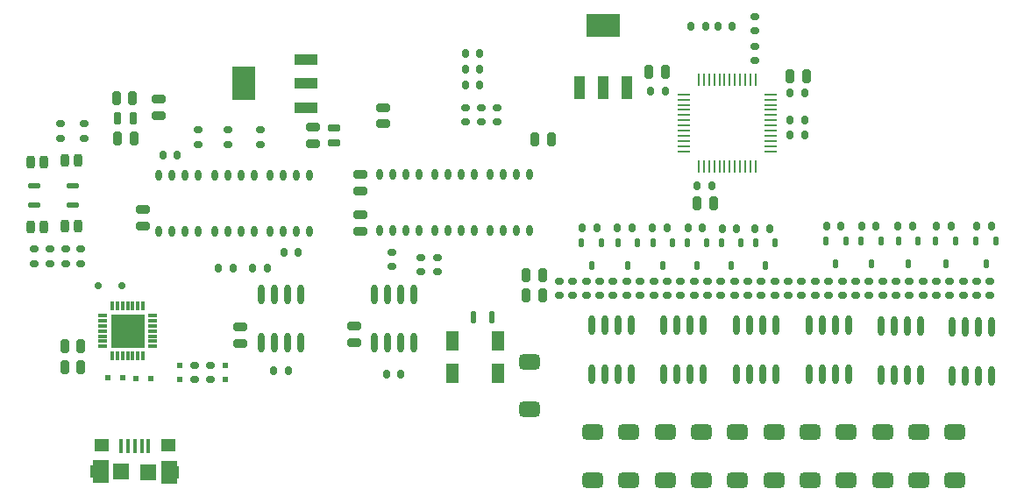
<source format=gbp>
G04 Layer_Color=128*
%FSLAX44Y44*%
%MOMM*%
G71*
G01*
G75*
G04:AMPARAMS|DCode=14|XSize=0.5mm|YSize=1.25mm|CornerRadius=0.125mm|HoleSize=0mm|Usage=FLASHONLY|Rotation=270.000|XOffset=0mm|YOffset=0mm|HoleType=Round|Shape=RoundedRectangle|*
%AMROUNDEDRECTD14*
21,1,0.5000,1.0000,0,0,270.0*
21,1,0.2500,1.2500,0,0,270.0*
1,1,0.2500,-0.5000,-0.1250*
1,1,0.2500,-0.5000,0.1250*
1,1,0.2500,0.5000,0.1250*
1,1,0.2500,0.5000,-0.1250*
%
%ADD14ROUNDEDRECTD14*%
G04:AMPARAMS|DCode=15|XSize=1.2mm|YSize=0.8mm|CornerRadius=0.2mm|HoleSize=0mm|Usage=FLASHONLY|Rotation=90.000|XOffset=0mm|YOffset=0mm|HoleType=Round|Shape=RoundedRectangle|*
%AMROUNDEDRECTD15*
21,1,1.2000,0.4000,0,0,90.0*
21,1,0.8000,0.8000,0,0,90.0*
1,1,0.4000,0.2000,0.4000*
1,1,0.4000,0.2000,-0.4000*
1,1,0.4000,-0.2000,-0.4000*
1,1,0.4000,-0.2000,0.4000*
%
%ADD15ROUNDEDRECTD15*%
G04:AMPARAMS|DCode=27|XSize=2mm|YSize=1.5mm|CornerRadius=0.375mm|HoleSize=0mm|Usage=FLASHONLY|Rotation=180.000|XOffset=0mm|YOffset=0mm|HoleType=Round|Shape=RoundedRectangle|*
%AMROUNDEDRECTD27*
21,1,2.0000,0.7500,0,0,180.0*
21,1,1.2500,1.5000,0,0,180.0*
1,1,0.7500,-0.6250,0.3750*
1,1,0.7500,0.6250,0.3750*
1,1,0.7500,0.6250,-0.3750*
1,1,0.7500,-0.6250,-0.3750*
%
%ADD27ROUNDEDRECTD27*%
%ADD28O,0.6000X1.9000*%
G04:AMPARAMS|DCode=29|XSize=0.5mm|YSize=0.8mm|CornerRadius=0.125mm|HoleSize=0mm|Usage=FLASHONLY|Rotation=180.000|XOffset=0mm|YOffset=0mm|HoleType=Round|Shape=RoundedRectangle|*
%AMROUNDEDRECTD29*
21,1,0.5000,0.5500,0,0,180.0*
21,1,0.2500,0.8000,0,0,180.0*
1,1,0.2500,-0.1250,0.2750*
1,1,0.2500,0.1250,0.2750*
1,1,0.2500,0.1250,-0.2750*
1,1,0.2500,-0.1250,-0.2750*
%
%ADD29ROUNDEDRECTD29*%
G04:AMPARAMS|DCode=30|XSize=0.85mm|YSize=0.6mm|CornerRadius=0.15mm|HoleSize=0mm|Usage=FLASHONLY|Rotation=90.000|XOffset=0mm|YOffset=0mm|HoleType=Round|Shape=RoundedRectangle|*
%AMROUNDEDRECTD30*
21,1,0.8500,0.3000,0,0,90.0*
21,1,0.5500,0.6000,0,0,90.0*
1,1,0.3000,0.1500,0.2750*
1,1,0.3000,0.1500,-0.2750*
1,1,0.3000,-0.1500,-0.2750*
1,1,0.3000,-0.1500,0.2750*
%
%ADD30ROUNDEDRECTD30*%
G04:AMPARAMS|DCode=31|XSize=0.85mm|YSize=0.6mm|CornerRadius=0.15mm|HoleSize=0mm|Usage=FLASHONLY|Rotation=180.000|XOffset=0mm|YOffset=0mm|HoleType=Round|Shape=RoundedRectangle|*
%AMROUNDEDRECTD31*
21,1,0.8500,0.3000,0,0,180.0*
21,1,0.5500,0.6000,0,0,180.0*
1,1,0.3000,-0.2750,0.1500*
1,1,0.3000,0.2750,0.1500*
1,1,0.3000,0.2750,-0.1500*
1,1,0.3000,-0.2750,-0.1500*
%
%ADD31ROUNDEDRECTD31*%
G04:AMPARAMS|DCode=32|XSize=0.8mm|YSize=1.3mm|CornerRadius=0.2mm|HoleSize=0mm|Usage=FLASHONLY|Rotation=0.000|XOffset=0mm|YOffset=0mm|HoleType=Round|Shape=RoundedRectangle|*
%AMROUNDEDRECTD32*
21,1,0.8000,0.9000,0,0,0.0*
21,1,0.4000,1.3000,0,0,0.0*
1,1,0.4000,0.2000,-0.4500*
1,1,0.4000,-0.2000,-0.4500*
1,1,0.4000,-0.2000,0.4500*
1,1,0.4000,0.2000,0.4500*
%
%ADD32ROUNDEDRECTD32*%
G04:AMPARAMS|DCode=33|XSize=0.8mm|YSize=1.3mm|CornerRadius=0.2mm|HoleSize=0mm|Usage=FLASHONLY|Rotation=270.000|XOffset=0mm|YOffset=0mm|HoleType=Round|Shape=RoundedRectangle|*
%AMROUNDEDRECTD33*
21,1,0.8000,0.9000,0,0,270.0*
21,1,0.4000,1.3000,0,0,270.0*
1,1,0.4000,-0.4500,-0.2000*
1,1,0.4000,-0.4500,0.2000*
1,1,0.4000,0.4500,0.2000*
1,1,0.4000,0.4500,-0.2000*
%
%ADD33ROUNDEDRECTD33*%
G04:AMPARAMS|DCode=34|XSize=1.4mm|YSize=0.35mm|CornerRadius=0.0875mm|HoleSize=0mm|Usage=FLASHONLY|Rotation=90.000|XOffset=0mm|YOffset=0mm|HoleType=Round|Shape=RoundedRectangle|*
%AMROUNDEDRECTD34*
21,1,1.4000,0.1750,0,0,90.0*
21,1,1.2250,0.3500,0,0,90.0*
1,1,0.1750,0.0875,0.6125*
1,1,0.1750,0.0875,-0.6125*
1,1,0.1750,-0.0875,-0.6125*
1,1,0.1750,-0.0875,0.6125*
%
%ADD34ROUNDEDRECTD34*%
%ADD35R,1.4000X1.2000*%
%ADD36R,1.5000X1.5000*%
%ADD37R,3.2000X3.2000*%
%ADD38R,0.3000X0.9500*%
%ADD39R,0.9500X0.3000*%
%ADD40O,1.2000X0.2500*%
%ADD41O,0.2500X1.2000*%
%ADD42R,2.2000X3.3000*%
%ADD43R,2.2000X1.0000*%
%ADD44R,3.3000X2.2000*%
%ADD45R,1.0000X2.2000*%
G04:AMPARAMS|DCode=46|XSize=1.25mm|YSize=0.7mm|CornerRadius=0.175mm|HoleSize=0mm|Usage=FLASHONLY|Rotation=90.000|XOffset=0mm|YOffset=0mm|HoleType=Round|Shape=RoundedRectangle|*
%AMROUNDEDRECTD46*
21,1,1.2500,0.3500,0,0,90.0*
21,1,0.9000,0.7000,0,0,90.0*
1,1,0.3500,0.1750,0.4500*
1,1,0.3500,0.1750,-0.4500*
1,1,0.3500,-0.1750,-0.4500*
1,1,0.3500,-0.1750,0.4500*
%
%ADD46ROUNDEDRECTD46*%
G04:AMPARAMS|DCode=47|XSize=1.25mm|YSize=0.7mm|CornerRadius=0.175mm|HoleSize=0mm|Usage=FLASHONLY|Rotation=180.000|XOffset=0mm|YOffset=0mm|HoleType=Round|Shape=RoundedRectangle|*
%AMROUNDEDRECTD47*
21,1,1.2500,0.3500,0,0,180.0*
21,1,0.9000,0.7000,0,0,180.0*
1,1,0.3500,-0.4500,0.1750*
1,1,0.3500,0.4500,0.1750*
1,1,0.3500,0.4500,-0.1750*
1,1,0.3500,-0.4500,-0.1750*
%
%ADD47ROUNDEDRECTD47*%
%ADD48O,0.6000X1.1000*%
%ADD49R,1.2000X1.9000*%
G04:AMPARAMS|DCode=50|XSize=0.6mm|YSize=0.7mm|CornerRadius=0.15mm|HoleSize=0mm|Usage=FLASHONLY|Rotation=90.000|XOffset=0mm|YOffset=0mm|HoleType=Round|Shape=RoundedRectangle|*
%AMROUNDEDRECTD50*
21,1,0.6000,0.4000,0,0,90.0*
21,1,0.3000,0.7000,0,0,90.0*
1,1,0.3000,0.2000,0.1500*
1,1,0.3000,0.2000,-0.1500*
1,1,0.3000,-0.2000,-0.1500*
1,1,0.3000,-0.2000,0.1500*
%
%ADD50ROUNDEDRECTD50*%
G04:AMPARAMS|DCode=51|XSize=0.5mm|YSize=1.25mm|CornerRadius=0.125mm|HoleSize=0mm|Usage=FLASHONLY|Rotation=180.000|XOffset=0mm|YOffset=0mm|HoleType=Round|Shape=RoundedRectangle|*
%AMROUNDEDRECTD51*
21,1,0.5000,1.0000,0,0,180.0*
21,1,0.2500,1.2500,0,0,180.0*
1,1,0.2500,-0.1250,0.5000*
1,1,0.2500,0.1250,0.5000*
1,1,0.2500,0.1250,-0.5000*
1,1,0.2500,-0.1250,-0.5000*
%
%ADD51ROUNDEDRECTD51*%
%ADD52R,0.5000X0.5000*%
%ADD53R,0.5000X0.5000*%
%ADD106R,1.5000X2.2000*%
D14*
X20000Y279000D02*
D03*
Y297000D02*
D03*
X57000Y279000D02*
D03*
Y297000D02*
D03*
D15*
X16650Y320500D02*
D03*
Y257500D02*
D03*
X29350D02*
D03*
Y320500D02*
D03*
X49650Y258500D02*
D03*
Y321500D02*
D03*
X62350D02*
D03*
Y258500D02*
D03*
D27*
X498000Y81000D02*
D03*
Y127000D02*
D03*
X909000Y13000D02*
D03*
Y59000D02*
D03*
X804000Y13000D02*
D03*
Y59000D02*
D03*
X874000Y13000D02*
D03*
Y59000D02*
D03*
X769000Y13000D02*
D03*
Y59000D02*
D03*
X839000Y13000D02*
D03*
Y59000D02*
D03*
X734000Y13000D02*
D03*
Y59000D02*
D03*
X699000Y13000D02*
D03*
Y59000D02*
D03*
X664000Y13000D02*
D03*
Y59000D02*
D03*
X629000Y13000D02*
D03*
Y59000D02*
D03*
X594000Y13000D02*
D03*
Y59000D02*
D03*
X559000Y13000D02*
D03*
Y59000D02*
D03*
D28*
X905950Y160500D02*
D03*
X918650D02*
D03*
X931350D02*
D03*
X944050D02*
D03*
X905950Y113500D02*
D03*
X918650D02*
D03*
X931350D02*
D03*
X944050D02*
D03*
X837950Y161500D02*
D03*
X850650D02*
D03*
X863350D02*
D03*
X876050D02*
D03*
X837950Y114500D02*
D03*
X850650D02*
D03*
X863350D02*
D03*
X876050D02*
D03*
X596050Y115500D02*
D03*
X583350D02*
D03*
X570650D02*
D03*
X557950D02*
D03*
X596050Y162500D02*
D03*
X583350D02*
D03*
X570650D02*
D03*
X557950D02*
D03*
X666050Y115500D02*
D03*
X653350D02*
D03*
X640650D02*
D03*
X627950D02*
D03*
X666050Y162500D02*
D03*
X653350D02*
D03*
X640650D02*
D03*
X627950D02*
D03*
X736050Y115500D02*
D03*
X723350D02*
D03*
X710650D02*
D03*
X697950D02*
D03*
X736050Y162500D02*
D03*
X723350D02*
D03*
X710650D02*
D03*
X697950D02*
D03*
X806050Y115500D02*
D03*
X793350D02*
D03*
X780650D02*
D03*
X767950D02*
D03*
X806050Y162500D02*
D03*
X793350D02*
D03*
X780650D02*
D03*
X767950D02*
D03*
X277050Y145500D02*
D03*
X264350D02*
D03*
X251650D02*
D03*
X238950D02*
D03*
X277050Y192500D02*
D03*
X264350D02*
D03*
X251650D02*
D03*
X238950D02*
D03*
X386050Y145500D02*
D03*
X373350D02*
D03*
X360650D02*
D03*
X347950D02*
D03*
X386050Y192500D02*
D03*
X373350D02*
D03*
X360650D02*
D03*
X347950D02*
D03*
D29*
X929500Y244000D02*
D03*
X948500D02*
D03*
X939000Y222000D02*
D03*
X890500Y244000D02*
D03*
X909500D02*
D03*
X900000Y222000D02*
D03*
X854500Y244000D02*
D03*
X873500D02*
D03*
X864000Y222000D02*
D03*
X548500Y242000D02*
D03*
X567500D02*
D03*
X558000Y220000D02*
D03*
X593000D02*
D03*
X602500Y242000D02*
D03*
X583500D02*
D03*
X627000Y220000D02*
D03*
X636500Y242000D02*
D03*
X617500D02*
D03*
X660000Y220000D02*
D03*
X669500Y242000D02*
D03*
X650500D02*
D03*
X693000Y220000D02*
D03*
X702500Y242000D02*
D03*
X683500D02*
D03*
X726000Y220000D02*
D03*
X735500Y242000D02*
D03*
X716500D02*
D03*
X794000Y222000D02*
D03*
X803500Y244000D02*
D03*
X784500D02*
D03*
X828000Y222000D02*
D03*
X837500Y244000D02*
D03*
X818500D02*
D03*
D30*
X944000Y258000D02*
D03*
X930000D02*
D03*
X905000D02*
D03*
X891000D02*
D03*
X868000D02*
D03*
X854000D02*
D03*
X668000Y451000D02*
D03*
X654000D02*
D03*
X680000D02*
D03*
X694000D02*
D03*
X563000Y257000D02*
D03*
X549000D02*
D03*
X450000Y395000D02*
D03*
X436000D02*
D03*
X450000Y410000D02*
D03*
X436000D02*
D03*
X450000Y425000D02*
D03*
X436000D02*
D03*
X764000Y360999D02*
D03*
X750000D02*
D03*
X629000Y388999D02*
D03*
X615000D02*
D03*
X660000Y297001D02*
D03*
X674000D02*
D03*
X750000Y346001D02*
D03*
X764000D02*
D03*
X750000Y387001D02*
D03*
X764000D02*
D03*
X212000Y218000D02*
D03*
X198000D02*
D03*
X245000D02*
D03*
X231000D02*
D03*
X251000Y119000D02*
D03*
X265000D02*
D03*
X261000Y233000D02*
D03*
X275000D02*
D03*
X583000Y257000D02*
D03*
X597000D02*
D03*
X617000D02*
D03*
X631000D02*
D03*
X374000Y115000D02*
D03*
X360000D02*
D03*
X651000Y257000D02*
D03*
X665000D02*
D03*
X684000Y256000D02*
D03*
X698000D02*
D03*
X716000D02*
D03*
X730000D02*
D03*
X785000Y258000D02*
D03*
X799000D02*
D03*
X819000D02*
D03*
X833000D02*
D03*
X158000Y326999D02*
D03*
X144000D02*
D03*
D31*
X917000Y205000D02*
D03*
Y191000D02*
D03*
X930000D02*
D03*
Y205000D02*
D03*
X943000D02*
D03*
Y191000D02*
D03*
X904000Y205000D02*
D03*
Y191000D02*
D03*
X891000D02*
D03*
Y205000D02*
D03*
X878000D02*
D03*
Y191000D02*
D03*
X839000Y205000D02*
D03*
Y191000D02*
D03*
X852000D02*
D03*
Y205000D02*
D03*
X865000D02*
D03*
Y191000D02*
D03*
X540000Y205000D02*
D03*
Y191000D02*
D03*
X826000Y205000D02*
D03*
Y191000D02*
D03*
X761000Y205000D02*
D03*
Y191000D02*
D03*
X748000Y205000D02*
D03*
Y191000D02*
D03*
X683000Y205000D02*
D03*
Y191000D02*
D03*
X670000Y205000D02*
D03*
Y191000D02*
D03*
X605000Y205000D02*
D03*
Y191000D02*
D03*
X592000Y205000D02*
D03*
Y191000D02*
D03*
X527000Y205000D02*
D03*
Y191000D02*
D03*
X65000Y236000D02*
D03*
Y222000D02*
D03*
X20000Y236000D02*
D03*
Y222000D02*
D03*
X715999Y418000D02*
D03*
Y432000D02*
D03*
X178000Y351000D02*
D03*
Y337000D02*
D03*
X553000Y205000D02*
D03*
Y191000D02*
D03*
X207000Y351000D02*
D03*
Y337000D02*
D03*
X238000Y351000D02*
D03*
Y337000D02*
D03*
X566000Y191000D02*
D03*
Y205000D02*
D03*
X716000Y461000D02*
D03*
Y447000D02*
D03*
X579000Y205000D02*
D03*
Y191000D02*
D03*
X618000D02*
D03*
Y205000D02*
D03*
X631000D02*
D03*
Y191000D02*
D03*
X436000Y373000D02*
D03*
Y359000D02*
D03*
X365000Y219000D02*
D03*
Y233000D02*
D03*
X393000Y228000D02*
D03*
Y214000D02*
D03*
X452000Y373000D02*
D03*
Y359000D02*
D03*
X644000Y191000D02*
D03*
Y205000D02*
D03*
X409000Y214000D02*
D03*
Y228000D02*
D03*
X657000Y205000D02*
D03*
Y191000D02*
D03*
X467000Y373000D02*
D03*
Y359000D02*
D03*
X696000Y191000D02*
D03*
Y205000D02*
D03*
X709000D02*
D03*
Y191000D02*
D03*
X722000D02*
D03*
Y205000D02*
D03*
X735000D02*
D03*
Y191000D02*
D03*
X774000D02*
D03*
Y205000D02*
D03*
X787000D02*
D03*
Y191000D02*
D03*
X800000D02*
D03*
Y205000D02*
D03*
X813000D02*
D03*
Y191000D02*
D03*
X190000Y110000D02*
D03*
Y124000D02*
D03*
X175000Y110000D02*
D03*
Y124000D02*
D03*
X68000Y357000D02*
D03*
Y343000D02*
D03*
X50000Y222000D02*
D03*
Y236000D02*
D03*
X35000Y222000D02*
D03*
Y236000D02*
D03*
X45000Y357000D02*
D03*
Y343000D02*
D03*
D32*
X750000Y403000D02*
D03*
X766000D02*
D03*
X629000Y407000D02*
D03*
X613000D02*
D03*
X511000Y211000D02*
D03*
X495000D02*
D03*
X503000Y342000D02*
D03*
X519000D02*
D03*
X511000Y191000D02*
D03*
X495000D02*
D03*
X116000Y342750D02*
D03*
X100000D02*
D03*
X115000Y381750D02*
D03*
X99000D02*
D03*
X49000Y122000D02*
D03*
X65000D02*
D03*
X49000Y142000D02*
D03*
X65000D02*
D03*
X676000Y280000D02*
D03*
X660000D02*
D03*
D33*
X357000Y373000D02*
D03*
Y357000D02*
D03*
X289000Y354000D02*
D03*
Y338000D02*
D03*
X335000Y292000D02*
D03*
Y308000D02*
D03*
Y253000D02*
D03*
Y269000D02*
D03*
X140000Y381000D02*
D03*
Y365000D02*
D03*
X329000Y162000D02*
D03*
Y146000D02*
D03*
X219000Y161000D02*
D03*
Y145000D02*
D03*
X125000Y258000D02*
D03*
Y274000D02*
D03*
D34*
X117000Y45500D02*
D03*
X123500D02*
D03*
X104000D02*
D03*
X110500D02*
D03*
X130000D02*
D03*
D35*
X153000Y20000D02*
D03*
X149000Y46500D02*
D03*
X85000D02*
D03*
X81000Y21000D02*
D03*
D36*
X130000Y20000D02*
D03*
X104000Y21000D02*
D03*
D37*
X110000Y157000D02*
D03*
D38*
X125000Y133000D02*
D03*
X120000D02*
D03*
X115000D02*
D03*
X110000D02*
D03*
X105000D02*
D03*
X100000Y133000D02*
D03*
X95000D02*
D03*
Y181000D02*
D03*
X100000D02*
D03*
X105000Y181000D02*
D03*
X110000D02*
D03*
X115000D02*
D03*
X120000D02*
D03*
X125000D02*
D03*
D39*
X86000Y142000D02*
D03*
Y147000D02*
D03*
Y152000D02*
D03*
Y157000D02*
D03*
Y162000D02*
D03*
Y167000D02*
D03*
Y172000D02*
D03*
X134000D02*
D03*
Y167000D02*
D03*
Y162000D02*
D03*
Y157000D02*
D03*
Y152000D02*
D03*
Y147000D02*
D03*
Y142000D02*
D03*
D40*
X731000Y385500D02*
D03*
Y380500D02*
D03*
Y375500D02*
D03*
Y370500D02*
D03*
Y365500D02*
D03*
Y360500D02*
D03*
Y355500D02*
D03*
Y350500D02*
D03*
Y345500D02*
D03*
Y340500D02*
D03*
Y335500D02*
D03*
Y330500D02*
D03*
X647000D02*
D03*
Y335500D02*
D03*
Y340500D02*
D03*
Y345500D02*
D03*
Y350500D02*
D03*
Y355500D02*
D03*
Y360500D02*
D03*
Y365500D02*
D03*
Y370500D02*
D03*
Y375500D02*
D03*
Y380500D02*
D03*
Y385500D02*
D03*
D41*
X716500Y316000D02*
D03*
X711500D02*
D03*
X706500D02*
D03*
X701500D02*
D03*
X696500D02*
D03*
X691500D02*
D03*
X686500D02*
D03*
X681500D02*
D03*
X676500D02*
D03*
X671500D02*
D03*
X666500D02*
D03*
X661500D02*
D03*
Y400000D02*
D03*
X666500D02*
D03*
X671500D02*
D03*
X676500D02*
D03*
X681500D02*
D03*
X686500D02*
D03*
X691500D02*
D03*
X696500D02*
D03*
X701500D02*
D03*
X706500D02*
D03*
X711500D02*
D03*
X716500D02*
D03*
D42*
X222000Y396000D02*
D03*
D43*
X282000Y373000D02*
D03*
Y396000D02*
D03*
Y419000D02*
D03*
D44*
X569000Y452000D02*
D03*
D45*
X546000Y392000D02*
D03*
X569000D02*
D03*
X592000D02*
D03*
D46*
X115500Y362000D02*
D03*
X100500Y362002D02*
D03*
D47*
X309000Y353500D02*
D03*
X308998Y338500D02*
D03*
D48*
X232050Y253000D02*
D03*
X219350D02*
D03*
X206650D02*
D03*
X193950D02*
D03*
X232050Y307000D02*
D03*
X219350D02*
D03*
X206650D02*
D03*
X193950D02*
D03*
X286050Y253000D02*
D03*
X273350D02*
D03*
X260650D02*
D03*
X247950D02*
D03*
X286050Y307000D02*
D03*
X273350D02*
D03*
X260650D02*
D03*
X247950D02*
D03*
X352950Y308000D02*
D03*
X365650D02*
D03*
X378350D02*
D03*
X391050D02*
D03*
X352950Y254000D02*
D03*
X365650D02*
D03*
X378350D02*
D03*
X391050D02*
D03*
X445050D02*
D03*
X432350D02*
D03*
X419650D02*
D03*
X406950D02*
D03*
X445050Y308000D02*
D03*
X432350D02*
D03*
X419650D02*
D03*
X406950D02*
D03*
X498050Y254000D02*
D03*
X485350D02*
D03*
X472650D02*
D03*
X459950D02*
D03*
X498050Y308000D02*
D03*
X485350D02*
D03*
X472650D02*
D03*
X459950D02*
D03*
X139950Y307000D02*
D03*
X152650D02*
D03*
X165350D02*
D03*
X178050D02*
D03*
X139950Y253000D02*
D03*
X152650D02*
D03*
X165350D02*
D03*
X178050D02*
D03*
D49*
X468000Y116000D02*
D03*
X424000D02*
D03*
X468000Y147000D02*
D03*
X424000D02*
D03*
D50*
X81500Y201000D02*
D03*
X104500D02*
D03*
D51*
X444000Y170000D02*
D03*
X462000D02*
D03*
D52*
X203994Y124000D02*
D03*
X204006Y110000D02*
D03*
X159994Y124000D02*
D03*
X160006Y110000D02*
D03*
D53*
X105000Y112006D02*
D03*
X91000Y111994D02*
D03*
X118000Y110994D02*
D03*
X132000Y111006D02*
D03*
D106*
X84500Y21000D02*
D03*
X150500Y20000D02*
D03*
M02*

</source>
